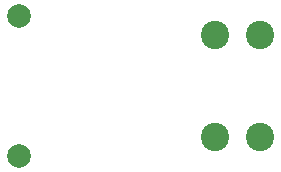
<source format=gbr>
%TF.GenerationSoftware,KiCad,Pcbnew,(5.1.10)-1*%
%TF.CreationDate,2021-05-31T11:52:34-04:00*%
%TF.ProjectId,Charger,43686172-6765-4722-9e6b-696361645f70,rev?*%
%TF.SameCoordinates,Original*%
%TF.FileFunction,Soldermask,Top*%
%TF.FilePolarity,Negative*%
%FSLAX46Y46*%
G04 Gerber Fmt 4.6, Leading zero omitted, Abs format (unit mm)*
G04 Created by KiCad (PCBNEW (5.1.10)-1) date 2021-05-31 11:52:34*
%MOMM*%
%LPD*%
G01*
G04 APERTURE LIST*
%ADD10C,2.000000*%
%ADD11C,2.400000*%
G04 APERTURE END LIST*
D10*
%TO.C,J3*%
X139700000Y-105900000D03*
%TD*%
%TO.C,J2*%
X139700000Y-94000000D03*
%TD*%
D11*
%TO.C,J1*%
X156350000Y-104320000D03*
X156350000Y-95680000D03*
X160150000Y-104320000D03*
X160150000Y-95680000D03*
%TD*%
M02*

</source>
